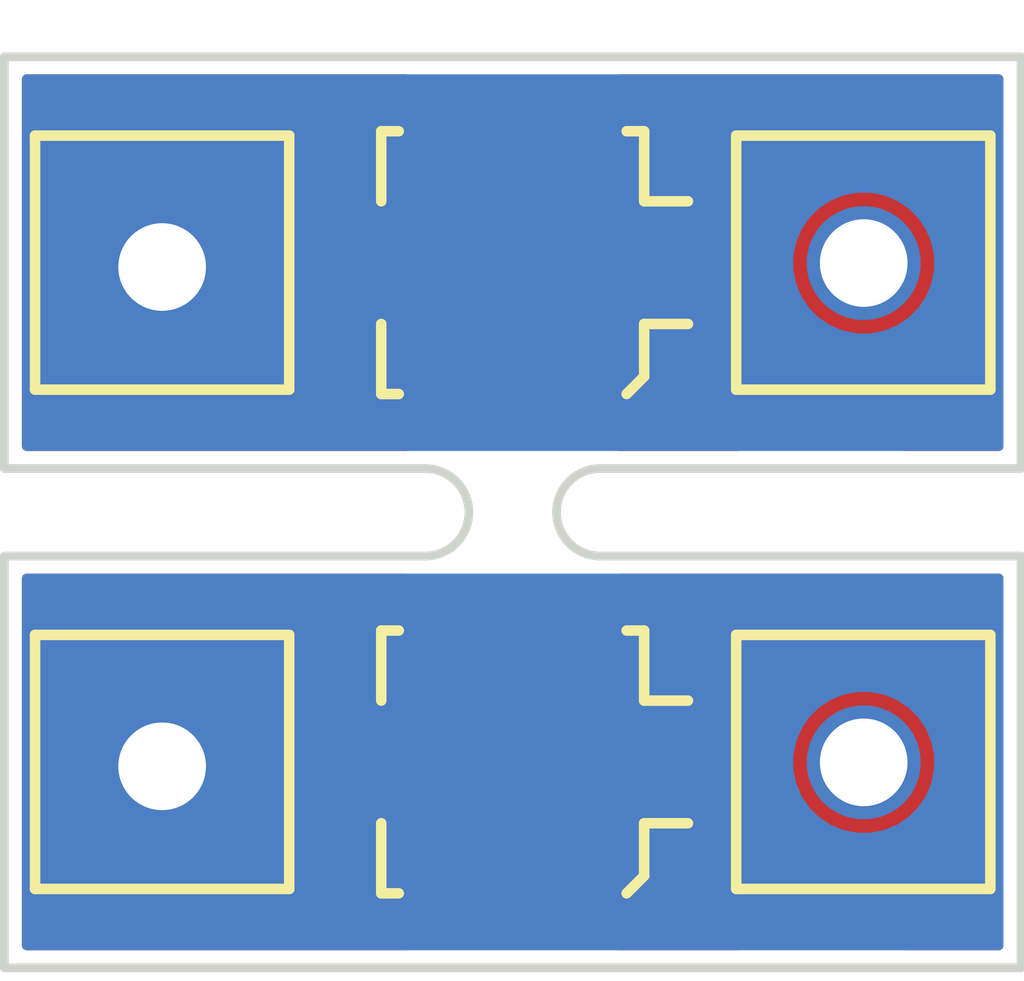
<source format=kicad_pcb>
(kicad_pcb (version 20171130) (host pcbnew "(5.1.5-0-10_14)")

  (general
    (thickness 1.6)
    (drawings 12)
    (tracks 18)
    (zones 0)
    (modules 8)
    (nets 4)
  )

  (page A4)
  (layers
    (0 F.Cu signal)
    (31 B.Cu signal)
    (32 B.Adhes user)
    (33 F.Adhes user)
    (34 B.Paste user)
    (35 F.Paste user)
    (36 B.SilkS user)
    (37 F.SilkS user)
    (38 B.Mask user)
    (39 F.Mask user)
    (40 Dwgs.User user)
    (41 Cmts.User user)
    (42 Eco1.User user)
    (43 Eco2.User user)
    (44 Edge.Cuts user)
    (45 Margin user)
    (46 B.CrtYd user)
    (47 F.CrtYd user)
    (48 B.Fab user hide)
    (49 F.Fab user hide)
  )

  (setup
    (last_trace_width 0.1524)
    (trace_clearance 0.1524)
    (zone_clearance 0.102)
    (zone_45_only no)
    (trace_min 0.1524)
    (via_size 0.65)
    (via_drill 0.3)
    (via_min_size 0.65)
    (via_min_drill 0.3)
    (uvia_size 0.3)
    (uvia_drill 0.1)
    (uvias_allowed no)
    (uvia_min_size 0.2)
    (uvia_min_drill 0.1)
    (edge_width 0.05)
    (segment_width 0.2)
    (pcb_text_width 0.3)
    (pcb_text_size 1.5 1.5)
    (mod_edge_width 0.12)
    (mod_text_size 1 1)
    (mod_text_width 0.15)
    (pad_size 1.524 1.524)
    (pad_drill 0.762)
    (pad_to_mask_clearance 0.051)
    (solder_mask_min_width 0.25)
    (aux_axis_origin 0 0)
    (visible_elements FFFFFF7F)
    (pcbplotparams
      (layerselection 0x010cc_ffffffff)
      (usegerberextensions false)
      (usegerberattributes false)
      (usegerberadvancedattributes false)
      (creategerberjobfile false)
      (excludeedgelayer true)
      (linewidth 0.100000)
      (plotframeref false)
      (viasonmask false)
      (mode 1)
      (useauxorigin false)
      (hpglpennumber 1)
      (hpglpenspeed 20)
      (hpglpendiameter 15.000000)
      (psnegative false)
      (psa4output false)
      (plotreference true)
      (plotvalue true)
      (plotinvisibletext false)
      (padsonsilk false)
      (subtractmaskfromsilk false)
      (outputformat 1)
      (mirror false)
      (drillshape 0)
      (scaleselection 1)
      (outputdirectory "Gerbers/"))
  )

  (net 0 "")
  (net 1 GND)
  (net 2 "Net-(J1-Pad1)")
  (net 3 /SENSE)

  (net_class Default "This is the default net class."
    (clearance 0.1524)
    (trace_width 0.1524)
    (via_dia 0.65)
    (via_drill 0.3)
    (uvia_dia 0.3)
    (uvia_drill 0.1)
    (add_net /SENSE)
    (add_net GND)
    (add_net "Net-(J1-Pad1)")
  )

  (module Resistor_SMD:R_0402_1005Metric (layer F.Cu) (tedit 5B301BBD) (tstamp 5F2789F4)
    (at 141.52 71.64 180)
    (descr "Resistor SMD 0402 (1005 Metric), square (rectangular) end terminal, IPC_7351 nominal, (Body size source: http://www.tortai-tech.com/upload/download/2011102023233369053.pdf), generated with kicad-footprint-generator")
    (tags resistor)
    (path /5F1CFCE9)
    (attr smd)
    (fp_text reference R1 (at 0 -1.17) (layer F.SilkS) hide
      (effects (font (size 1 1) (thickness 0.15)))
    )
    (fp_text value 0 (at 0 1.17) (layer F.Fab)
      (effects (font (size 1 1) (thickness 0.15)))
    )
    (fp_text user %R (at 0 0) (layer F.Fab)
      (effects (font (size 0.25 0.25) (thickness 0.04)))
    )
    (fp_line (start 0.93 0.47) (end -0.93 0.47) (layer F.CrtYd) (width 0.05))
    (fp_line (start 0.93 -0.47) (end 0.93 0.47) (layer F.CrtYd) (width 0.05))
    (fp_line (start -0.93 -0.47) (end 0.93 -0.47) (layer F.CrtYd) (width 0.05))
    (fp_line (start -0.93 0.47) (end -0.93 -0.47) (layer F.CrtYd) (width 0.05))
    (fp_line (start 0.5 0.25) (end -0.5 0.25) (layer F.Fab) (width 0.1))
    (fp_line (start 0.5 -0.25) (end 0.5 0.25) (layer F.Fab) (width 0.1))
    (fp_line (start -0.5 -0.25) (end 0.5 -0.25) (layer F.Fab) (width 0.1))
    (fp_line (start -0.5 0.25) (end -0.5 -0.25) (layer F.Fab) (width 0.1))
    (pad 2 smd roundrect (at 0.485 0 180) (size 0.59 0.64) (layers F.Cu F.Paste F.Mask) (roundrect_rratio 0.25)
      (net 2 "Net-(J1-Pad1)"))
    (pad 1 smd roundrect (at -0.485 0 180) (size 0.59 0.64) (layers F.Cu F.Paste F.Mask) (roundrect_rratio 0.25)
      (net 3 /SENSE))
    (model ${KISYS3DMOD}/Resistor_SMD.3dshapes/R_0402_1005Metric.wrl
      (at (xyz 0 0 0))
      (scale (xyz 1 1 1))
      (rotate (xyz 0 0 0))
    )
  )

  (module TestPoint:TestPoint_Pad_2.5x2.5mm (layer F.Cu) (tedit 5A0F774F) (tstamp 5F2789E7)
    (at 134 69.85)
    (descr "SMD rectangular pad as test Point, square 2.5mm side length")
    (tags "test point SMD pad rectangle square")
    (path /5F1D0B9A)
    (attr virtual)
    (fp_text reference J3 (at 0 -2.148) (layer F.SilkS) hide
      (effects (font (size 1 1) (thickness 0.15)))
    )
    (fp_text value Conn_01x01_Female (at 0 2.25) (layer F.Fab)
      (effects (font (size 1 1) (thickness 0.15)))
    )
    (fp_text user %R (at 0 -2.15) (layer F.Fab)
      (effects (font (size 1 1) (thickness 0.15)))
    )
    (fp_line (start -1.45 -1.45) (end 1.45 -1.45) (layer F.SilkS) (width 0.12))
    (fp_line (start 1.45 -1.45) (end 1.45 1.45) (layer F.SilkS) (width 0.12))
    (fp_line (start 1.45 1.45) (end -1.45 1.45) (layer F.SilkS) (width 0.12))
    (fp_line (start -1.45 1.45) (end -1.45 -1.45) (layer F.SilkS) (width 0.12))
    (fp_line (start -1.75 -1.75) (end 1.75 -1.75) (layer F.CrtYd) (width 0.05))
    (fp_line (start -1.75 -1.75) (end -1.75 1.75) (layer F.CrtYd) (width 0.05))
    (fp_line (start 1.75 1.75) (end 1.75 -1.75) (layer F.CrtYd) (width 0.05))
    (fp_line (start 1.75 1.75) (end -1.75 1.75) (layer F.CrtYd) (width 0.05))
    (pad 1 smd rect (at 0 0) (size 2.5 2.5) (layers F.Cu F.Mask)
      (net 1 GND))
  )

  (module TestPoint:TestPoint_Pad_2.5x2.5mm (layer F.Cu) (tedit 5A0F774F) (tstamp 5F2789DA)
    (at 142 69.85)
    (descr "SMD rectangular pad as test Point, square 2.5mm side length")
    (tags "test point SMD pad rectangle square")
    (path /5F1D0605)
    (attr virtual)
    (fp_text reference J2 (at 0 -2.148) (layer F.SilkS) hide
      (effects (font (size 1 1) (thickness 0.15)))
    )
    (fp_text value Conn_01x01_Female (at 0 2.25) (layer F.Fab)
      (effects (font (size 1 1) (thickness 0.15)))
    )
    (fp_line (start 1.75 1.75) (end -1.75 1.75) (layer F.CrtYd) (width 0.05))
    (fp_line (start 1.75 1.75) (end 1.75 -1.75) (layer F.CrtYd) (width 0.05))
    (fp_line (start -1.75 -1.75) (end -1.75 1.75) (layer F.CrtYd) (width 0.05))
    (fp_line (start -1.75 -1.75) (end 1.75 -1.75) (layer F.CrtYd) (width 0.05))
    (fp_line (start -1.45 1.45) (end -1.45 -1.45) (layer F.SilkS) (width 0.12))
    (fp_line (start 1.45 1.45) (end -1.45 1.45) (layer F.SilkS) (width 0.12))
    (fp_line (start 1.45 -1.45) (end 1.45 1.45) (layer F.SilkS) (width 0.12))
    (fp_line (start -1.45 -1.45) (end 1.45 -1.45) (layer F.SilkS) (width 0.12))
    (fp_text user %R (at 0 -2.15) (layer F.Fab)
      (effects (font (size 1 1) (thickness 0.15)))
    )
    (pad 1 smd rect (at 0 0) (size 2.5 2.5) (layers F.Cu F.Mask)
      (net 3 /SENSE))
  )

  (module Connector_Coaxial:U.FL_Molex_MCRF_73412-0110_Vertical (layer F.Cu) (tedit 5A1B5B59) (tstamp 5F2789B9)
    (at 138 69.85 90)
    (descr "Molex Microcoaxial RF Connectors (MCRF), mates Hirose U.FL, (http://www.molex.com/pdm_docs/sd/734120110_sd.pdf)")
    (tags "mcrf hirose ufl u.fl microcoaxial")
    (path /5F1CDFA5)
    (attr smd)
    (fp_text reference J1 (at 0 3.5 90) (layer F.SilkS) hide
      (effects (font (size 1 1) (thickness 0.15)))
    )
    (fp_text value Conn_Coaxial (at 0 -3.302 90) (layer F.Fab)
      (effects (font (size 1 1) (thickness 0.15)))
    )
    (fp_circle (center 0 0) (end 0 0.2) (layer F.Fab) (width 0.1))
    (fp_line (start -1 1.3) (end 1.3 1.3) (layer F.Fab) (width 0.1))
    (fp_line (start 2.5 -2.5) (end -2.5 -2.5) (layer F.CrtYd) (width 0.05))
    (fp_line (start 2.5 2.5) (end 2.5 -2.5) (layer F.CrtYd) (width 0.05))
    (fp_line (start -2.5 2.5) (end 2.5 2.5) (layer F.CrtYd) (width 0.05))
    (fp_line (start -2.5 -2.5) (end -2.5 2.5) (layer F.CrtYd) (width 0.05))
    (fp_line (start 1.3 -1.3) (end 1.3 1.3) (layer F.Fab) (width 0.1))
    (fp_line (start -1.3 1) (end -1 1.3) (layer F.Fab) (width 0.1))
    (fp_line (start -1.3 -1.3) (end -1.3 1) (layer F.Fab) (width 0.1))
    (fp_line (start -1.3 -1.3) (end 1.3 -1.3) (layer F.Fab) (width 0.1))
    (fp_circle (center 0 0) (end 0.9 0) (layer F.Fab) (width 0.1))
    (fp_line (start -1.5 -1.5) (end -0.7 -1.5) (layer F.SilkS) (width 0.12))
    (fp_line (start -1.5 -1.3) (end -1.5 -1.5) (layer F.SilkS) (width 0.12))
    (fp_line (start 1.5 -1.5) (end 1.5 -1.3) (layer F.SilkS) (width 0.12))
    (fp_line (start 0.7 -1.5) (end 1.5 -1.5) (layer F.SilkS) (width 0.12))
    (fp_line (start 1.5 1.5) (end 0.7 1.5) (layer F.SilkS) (width 0.12))
    (fp_line (start 1.5 1.3) (end 1.5 1.5) (layer F.SilkS) (width 0.12))
    (fp_line (start -1.3 1.5) (end -1.5 1.3) (layer F.SilkS) (width 0.12))
    (fp_line (start -0.7 1.5) (end -1.3 1.5) (layer F.SilkS) (width 0.12))
    (fp_circle (center 0 0) (end 0 0.125) (layer F.Fab) (width 0.1))
    (fp_circle (center 0 0) (end 0 0.05) (layer F.Fab) (width 0.1))
    (fp_text user %R (at 0 3.5 90) (layer F.Fab)
      (effects (font (size 1 1) (thickness 0.15)))
    )
    (fp_line (start -0.7 1.5) (end -0.7 2) (layer F.SilkS) (width 0.12))
    (fp_line (start 0.7 1.5) (end 0.7 2) (layer F.SilkS) (width 0.12))
    (fp_line (start -0.3 1.3) (end 0 1) (layer F.Fab) (width 0.1))
    (fp_line (start 0 1) (end 0.3 1.3) (layer F.Fab) (width 0.1))
    (pad 1 smd rect (at 0 1.5 90) (size 1 1) (layers F.Cu F.Paste F.Mask)
      (net 2 "Net-(J1-Pad1)"))
    (pad 2 smd rect (at 0 -1.5 90) (size 1 1) (layers F.Cu F.Paste F.Mask)
      (net 1 GND))
    (pad 2 smd rect (at 1.475 0 90) (size 1.05 2.2) (layers F.Cu F.Paste F.Mask)
      (net 1 GND))
    (pad 2 smd rect (at -1.475 0 90) (size 1.05 2.2) (layers F.Cu F.Paste F.Mask)
      (net 1 GND))
    (model ${KISYS3DMOD}/Connector_Coaxial.3dshapes/U.FL_Molex_MCRF_73412-0110_Vertical.wrl
      (at (xyz 0 0 0))
      (scale (xyz 1 1 1))
      (rotate (xyz 0 0 90))
    )
    (model ${KISYS3DMOD}/Connector_Coaxial.3dshapes/U.FL_Hirose_U.FL-R-SMT-1_Vertical.step
      (at (xyz 0 0 0))
      (scale (xyz 1 1 1))
      (rotate (xyz 0 0 90))
    )
  )

  (module Connector_Coaxial:U.FL_Molex_MCRF_73412-0110_Vertical (layer F.Cu) (tedit 5A1B5B59) (tstamp 5F2788C7)
    (at 138 75.55 90)
    (descr "Molex Microcoaxial RF Connectors (MCRF), mates Hirose U.FL, (http://www.molex.com/pdm_docs/sd/734120110_sd.pdf)")
    (tags "mcrf hirose ufl u.fl microcoaxial")
    (path /5F1CDFA5)
    (attr smd)
    (fp_text reference J1 (at 0 3.5 90) (layer F.SilkS) hide
      (effects (font (size 1 1) (thickness 0.15)))
    )
    (fp_text value Conn_Coaxial (at 0 -3.302 90) (layer F.Fab)
      (effects (font (size 1 1) (thickness 0.15)))
    )
    (fp_line (start 0 1) (end 0.3 1.3) (layer F.Fab) (width 0.1))
    (fp_line (start -0.3 1.3) (end 0 1) (layer F.Fab) (width 0.1))
    (fp_line (start 0.7 1.5) (end 0.7 2) (layer F.SilkS) (width 0.12))
    (fp_line (start -0.7 1.5) (end -0.7 2) (layer F.SilkS) (width 0.12))
    (fp_text user %R (at 0 3.5 90) (layer F.Fab)
      (effects (font (size 1 1) (thickness 0.15)))
    )
    (fp_circle (center 0 0) (end 0 0.05) (layer F.Fab) (width 0.1))
    (fp_circle (center 0 0) (end 0 0.125) (layer F.Fab) (width 0.1))
    (fp_line (start -0.7 1.5) (end -1.3 1.5) (layer F.SilkS) (width 0.12))
    (fp_line (start -1.3 1.5) (end -1.5 1.3) (layer F.SilkS) (width 0.12))
    (fp_line (start 1.5 1.3) (end 1.5 1.5) (layer F.SilkS) (width 0.12))
    (fp_line (start 1.5 1.5) (end 0.7 1.5) (layer F.SilkS) (width 0.12))
    (fp_line (start 0.7 -1.5) (end 1.5 -1.5) (layer F.SilkS) (width 0.12))
    (fp_line (start 1.5 -1.5) (end 1.5 -1.3) (layer F.SilkS) (width 0.12))
    (fp_line (start -1.5 -1.3) (end -1.5 -1.5) (layer F.SilkS) (width 0.12))
    (fp_line (start -1.5 -1.5) (end -0.7 -1.5) (layer F.SilkS) (width 0.12))
    (fp_circle (center 0 0) (end 0.9 0) (layer F.Fab) (width 0.1))
    (fp_line (start -1.3 -1.3) (end 1.3 -1.3) (layer F.Fab) (width 0.1))
    (fp_line (start -1.3 -1.3) (end -1.3 1) (layer F.Fab) (width 0.1))
    (fp_line (start -1.3 1) (end -1 1.3) (layer F.Fab) (width 0.1))
    (fp_line (start 1.3 -1.3) (end 1.3 1.3) (layer F.Fab) (width 0.1))
    (fp_line (start -2.5 -2.5) (end -2.5 2.5) (layer F.CrtYd) (width 0.05))
    (fp_line (start -2.5 2.5) (end 2.5 2.5) (layer F.CrtYd) (width 0.05))
    (fp_line (start 2.5 2.5) (end 2.5 -2.5) (layer F.CrtYd) (width 0.05))
    (fp_line (start 2.5 -2.5) (end -2.5 -2.5) (layer F.CrtYd) (width 0.05))
    (fp_line (start -1 1.3) (end 1.3 1.3) (layer F.Fab) (width 0.1))
    (fp_circle (center 0 0) (end 0 0.2) (layer F.Fab) (width 0.1))
    (pad 2 smd rect (at -1.475 0 90) (size 1.05 2.2) (layers F.Cu F.Paste F.Mask)
      (net 1 GND))
    (pad 2 smd rect (at 1.475 0 90) (size 1.05 2.2) (layers F.Cu F.Paste F.Mask)
      (net 1 GND))
    (pad 2 smd rect (at 0 -1.5 90) (size 1 1) (layers F.Cu F.Paste F.Mask)
      (net 1 GND))
    (pad 1 smd rect (at 0 1.5 90) (size 1 1) (layers F.Cu F.Paste F.Mask)
      (net 2 "Net-(J1-Pad1)"))
    (model ${KISYS3DMOD}/Connector_Coaxial.3dshapes/U.FL_Molex_MCRF_73412-0110_Vertical.wrl
      (at (xyz 0 0 0))
      (scale (xyz 1 1 1))
      (rotate (xyz 0 0 90))
    )
    (model ${KISYS3DMOD}/Connector_Coaxial.3dshapes/U.FL_Hirose_U.FL-R-SMT-1_Vertical.step
      (at (xyz 0 0 0))
      (scale (xyz 1 1 1))
      (rotate (xyz 0 0 90))
    )
  )

  (module TestPoint:TestPoint_Pad_2.5x2.5mm (layer F.Cu) (tedit 5A0F774F) (tstamp 5F27888C)
    (at 142 75.55)
    (descr "SMD rectangular pad as test Point, square 2.5mm side length")
    (tags "test point SMD pad rectangle square")
    (path /5F1D0605)
    (attr virtual)
    (fp_text reference J2 (at 0 -2.148) (layer F.SilkS) hide
      (effects (font (size 1 1) (thickness 0.15)))
    )
    (fp_text value Conn_01x01_Female (at 0 2.25) (layer F.Fab)
      (effects (font (size 1 1) (thickness 0.15)))
    )
    (fp_text user %R (at 0 -2.15) (layer F.Fab)
      (effects (font (size 1 1) (thickness 0.15)))
    )
    (fp_line (start -1.45 -1.45) (end 1.45 -1.45) (layer F.SilkS) (width 0.12))
    (fp_line (start 1.45 -1.45) (end 1.45 1.45) (layer F.SilkS) (width 0.12))
    (fp_line (start 1.45 1.45) (end -1.45 1.45) (layer F.SilkS) (width 0.12))
    (fp_line (start -1.45 1.45) (end -1.45 -1.45) (layer F.SilkS) (width 0.12))
    (fp_line (start -1.75 -1.75) (end 1.75 -1.75) (layer F.CrtYd) (width 0.05))
    (fp_line (start -1.75 -1.75) (end -1.75 1.75) (layer F.CrtYd) (width 0.05))
    (fp_line (start 1.75 1.75) (end 1.75 -1.75) (layer F.CrtYd) (width 0.05))
    (fp_line (start 1.75 1.75) (end -1.75 1.75) (layer F.CrtYd) (width 0.05))
    (pad 1 smd rect (at 0 0) (size 2.5 2.5) (layers F.Cu F.Mask)
      (net 3 /SENSE))
  )

  (module TestPoint:TestPoint_Pad_2.5x2.5mm (layer F.Cu) (tedit 5A0F774F) (tstamp 5F278865)
    (at 134 75.55)
    (descr "SMD rectangular pad as test Point, square 2.5mm side length")
    (tags "test point SMD pad rectangle square")
    (path /5F1D0B9A)
    (attr virtual)
    (fp_text reference J3 (at 0 -2.148) (layer F.SilkS) hide
      (effects (font (size 1 1) (thickness 0.15)))
    )
    (fp_text value Conn_01x01_Female (at 0 2.25) (layer F.Fab)
      (effects (font (size 1 1) (thickness 0.15)))
    )
    (fp_line (start 1.75 1.75) (end -1.75 1.75) (layer F.CrtYd) (width 0.05))
    (fp_line (start 1.75 1.75) (end 1.75 -1.75) (layer F.CrtYd) (width 0.05))
    (fp_line (start -1.75 -1.75) (end -1.75 1.75) (layer F.CrtYd) (width 0.05))
    (fp_line (start -1.75 -1.75) (end 1.75 -1.75) (layer F.CrtYd) (width 0.05))
    (fp_line (start -1.45 1.45) (end -1.45 -1.45) (layer F.SilkS) (width 0.12))
    (fp_line (start 1.45 1.45) (end -1.45 1.45) (layer F.SilkS) (width 0.12))
    (fp_line (start 1.45 -1.45) (end 1.45 1.45) (layer F.SilkS) (width 0.12))
    (fp_line (start -1.45 -1.45) (end 1.45 -1.45) (layer F.SilkS) (width 0.12))
    (fp_text user %R (at 0 -2.15) (layer F.Fab)
      (effects (font (size 1 1) (thickness 0.15)))
    )
    (pad 1 smd rect (at 0 0) (size 2.5 2.5) (layers F.Cu F.Mask)
      (net 1 GND))
  )

  (module Resistor_SMD:R_0402_1005Metric (layer F.Cu) (tedit 5B301BBD) (tstamp 5F27883C)
    (at 141.52 77.34 180)
    (descr "Resistor SMD 0402 (1005 Metric), square (rectangular) end terminal, IPC_7351 nominal, (Body size source: http://www.tortai-tech.com/upload/download/2011102023233369053.pdf), generated with kicad-footprint-generator")
    (tags resistor)
    (path /5F1CFCE9)
    (attr smd)
    (fp_text reference R1 (at 0 -1.17) (layer F.SilkS) hide
      (effects (font (size 1 1) (thickness 0.15)))
    )
    (fp_text value 0 (at 0 1.17) (layer F.Fab)
      (effects (font (size 1 1) (thickness 0.15)))
    )
    (fp_line (start -0.5 0.25) (end -0.5 -0.25) (layer F.Fab) (width 0.1))
    (fp_line (start -0.5 -0.25) (end 0.5 -0.25) (layer F.Fab) (width 0.1))
    (fp_line (start 0.5 -0.25) (end 0.5 0.25) (layer F.Fab) (width 0.1))
    (fp_line (start 0.5 0.25) (end -0.5 0.25) (layer F.Fab) (width 0.1))
    (fp_line (start -0.93 0.47) (end -0.93 -0.47) (layer F.CrtYd) (width 0.05))
    (fp_line (start -0.93 -0.47) (end 0.93 -0.47) (layer F.CrtYd) (width 0.05))
    (fp_line (start 0.93 -0.47) (end 0.93 0.47) (layer F.CrtYd) (width 0.05))
    (fp_line (start 0.93 0.47) (end -0.93 0.47) (layer F.CrtYd) (width 0.05))
    (fp_text user %R (at 0 0) (layer F.Fab)
      (effects (font (size 0.25 0.25) (thickness 0.04)))
    )
    (pad 1 smd roundrect (at -0.485 0 180) (size 0.59 0.64) (layers F.Cu F.Paste F.Mask) (roundrect_rratio 0.25)
      (net 3 /SENSE))
    (pad 2 smd roundrect (at 0.485 0 180) (size 0.59 0.64) (layers F.Cu F.Paste F.Mask) (roundrect_rratio 0.25)
      (net 2 "Net-(J1-Pad1)"))
    (model ${KISYS3DMOD}/Resistor_SMD.3dshapes/R_0402_1005Metric.wrl
      (at (xyz 0 0 0))
      (scale (xyz 1 1 1))
      (rotate (xyz 0 0 0))
    )
  )

  (gr_arc (start 139 72.7) (end 139 72.2) (angle -180) (layer Edge.Cuts) (width 0.1) (tstamp 5F278B04))
  (gr_line (start 143.8 72.2) (end 139 72.2) (layer Edge.Cuts) (width 0.1) (tstamp 5F278B07))
  (gr_line (start 139 73.2) (end 143.8 73.2) (layer Edge.Cuts) (width 0.1) (tstamp 5F278B0A))
  (gr_arc (start 137 72.7) (end 137 73.2) (angle -180) (layer Edge.Cuts) (width 0.1))
  (gr_line (start 137 72.2) (end 132.2 72.2) (layer Edge.Cuts) (width 0.1) (tstamp 5F278A05))
  (gr_line (start 132.2 72.2) (end 132.2 67.5) (layer Edge.Cuts) (width 0.1) (tstamp 5F278A04))
  (gr_line (start 132.2 67.5) (end 143.8 67.5) (layer Edge.Cuts) (width 0.1) (tstamp 5F278A03))
  (gr_line (start 143.8 67.5) (end 143.8 72.2) (layer Edge.Cuts) (width 0.1) (tstamp 5F278A02))
  (gr_line (start 143.8 73.2) (end 143.8 77.9) (layer Edge.Cuts) (width 0.1) (tstamp 5F27882C))
  (gr_line (start 132.2 73.2) (end 137 73.2) (layer Edge.Cuts) (width 0.1) (tstamp 5F278829))
  (gr_line (start 132.2 77.9) (end 132.2 73.2) (layer Edge.Cuts) (width 0.1) (tstamp 5F278826))
  (gr_line (start 143.8 77.9) (end 132.2 77.9) (layer Edge.Cuts) (width 0.1) (tstamp 5F278823))

  (via (at 134 75.6) (size 1.3) (drill 1) (layers F.Cu B.Cu) (net 1) (tstamp 5F278820))
  (segment (start 134 75.55) (end 134 75.6) (width 0.1524) (layer F.Cu) (net 1) (tstamp 5F27881D))
  (via (at 134 69.9) (size 1.3) (drill 1) (layers F.Cu B.Cu) (net 1) (tstamp 5F278A06))
  (segment (start 134 69.85) (end 134 69.9) (width 0.1524) (layer F.Cu) (net 1) (tstamp 5F278A07))
  (segment (start 139.5 76.2024) (end 139.8 76.5024) (width 0.1524) (layer F.Cu) (net 2) (tstamp 5F27881A))
  (segment (start 139.5 75.55) (end 139.5 76.2024) (width 0.1524) (layer F.Cu) (net 2) (tstamp 5F278817))
  (segment (start 139.8 76.5024) (end 139.8 77) (width 0.1524) (layer F.Cu) (net 2) (tstamp 5F278814))
  (segment (start 140.14 77.34) (end 141.035 77.34) (width 0.1524) (layer F.Cu) (net 2) (tstamp 5F278811))
  (segment (start 139.8 77) (end 140.14 77.34) (width 0.1524) (layer F.Cu) (net 2) (tstamp 5F27880E))
  (segment (start 139.5 70.5024) (end 139.8 70.8024) (width 0.1524) (layer F.Cu) (net 2) (tstamp 5F278A08))
  (segment (start 139.5 69.85) (end 139.5 70.5024) (width 0.1524) (layer F.Cu) (net 2) (tstamp 5F278A09))
  (segment (start 139.8 70.8024) (end 139.8 71.3) (width 0.1524) (layer F.Cu) (net 2) (tstamp 5F278A0A))
  (segment (start 140.14 71.64) (end 141.035 71.64) (width 0.1524) (layer F.Cu) (net 2) (tstamp 5F278A0B))
  (segment (start 139.8 71.3) (end 140.14 71.64) (width 0.1524) (layer F.Cu) (net 2) (tstamp 5F278A0C))
  (segment (start 142.005 77.34) (end 142.005 75.555) (width 0.1524) (layer F.Cu) (net 3) (tstamp 5F27880B))
  (via (at 142.005 75.555) (size 1.3) (drill 1) (layers F.Cu B.Cu) (net 3) (tstamp 5F278808))
  (segment (start 142.005 71.64) (end 142.005 69.855) (width 0.1524) (layer F.Cu) (net 3) (tstamp 5F278A0D))
  (via (at 142.005 69.855) (size 1.3) (drill 1) (layers F.Cu B.Cu) (net 3) (tstamp 5F278A0E))

  (zone (net 1) (net_name GND) (layer F.Cu) (tstamp 5F278805) (hatch edge 0.508)
    (connect_pads (clearance 0.102))
    (min_thickness 0.102)
    (fill yes (arc_segments 32) (thermal_gap 0.102) (thermal_bridge_width 0.104))
    (polygon
      (pts
        (xy 143.6 77.7) (xy 132.4 77.7) (xy 132.4 73.4) (xy 143.6 73.4)
      )
    )
    (filled_polygon
      (pts
        (xy 136.77217 73.464587) (xy 136.757963 73.491166) (xy 136.749214 73.520007) (xy 136.74626 73.55) (xy 136.747 74.03575)
        (xy 136.78525 74.074) (xy 137.999 74.074) (xy 137.999 74.054) (xy 138.001 74.054) (xy 138.001 74.074)
        (xy 139.21475 74.074) (xy 139.253 74.03575) (xy 139.25374 73.55) (xy 139.250786 73.520007) (xy 139.242037 73.491166)
        (xy 139.22783 73.464587) (xy 139.21668 73.451) (xy 143.549 73.451) (xy 143.549 77.649) (xy 142.476615 77.649)
        (xy 142.477598 77.64716) (xy 142.497623 77.581149) (xy 142.504384 77.5125) (xy 142.504384 77.1675) (xy 142.497623 77.098851)
        (xy 142.477598 77.03284) (xy 142.462388 77.004384) (xy 143.25 77.004384) (xy 143.289873 77.000457) (xy 143.328214 76.988826)
        (xy 143.36355 76.969939) (xy 143.394521 76.944521) (xy 143.419939 76.91355) (xy 143.438826 76.878214) (xy 143.450457 76.839873)
        (xy 143.454384 76.8) (xy 143.454384 74.3) (xy 143.450457 74.260127) (xy 143.438826 74.221786) (xy 143.419939 74.18645)
        (xy 143.394521 74.155479) (xy 143.36355 74.130061) (xy 143.328214 74.111174) (xy 143.289873 74.099543) (xy 143.25 74.095616)
        (xy 140.75 74.095616) (xy 140.710127 74.099543) (xy 140.671786 74.111174) (xy 140.63645 74.130061) (xy 140.605479 74.155479)
        (xy 140.580061 74.18645) (xy 140.561174 74.221786) (xy 140.549543 74.260127) (xy 140.545616 74.3) (xy 140.545616 76.8)
        (xy 140.549543 76.839873) (xy 140.561174 76.878214) (xy 140.580061 76.91355) (xy 140.605479 76.944521) (xy 140.612646 76.950403)
        (xy 140.594919 76.972004) (xy 140.562402 77.03284) (xy 140.554041 77.0604) (xy 140.255814 77.0604) (xy 140.0796 76.884187)
        (xy 140.0796 76.516117) (xy 140.080951 76.502399) (xy 140.0796 76.488681) (xy 140.0796 76.488672) (xy 140.075554 76.447589)
        (xy 140.059566 76.394884) (xy 140.033603 76.346311) (xy 139.998663 76.303737) (xy 139.988 76.294986) (xy 139.947398 76.254384)
        (xy 140 76.254384) (xy 140.039873 76.250457) (xy 140.078214 76.238826) (xy 140.11355 76.219939) (xy 140.144521 76.194521)
        (xy 140.169939 76.16355) (xy 140.188826 76.128214) (xy 140.200457 76.089873) (xy 140.204384 76.05) (xy 140.204384 75.05)
        (xy 140.200457 75.010127) (xy 140.188826 74.971786) (xy 140.169939 74.93645) (xy 140.144521 74.905479) (xy 140.11355 74.880061)
        (xy 140.078214 74.861174) (xy 140.039873 74.849543) (xy 140 74.845616) (xy 139 74.845616) (xy 138.960127 74.849543)
        (xy 138.921786 74.861174) (xy 138.88645 74.880061) (xy 138.855479 74.905479) (xy 138.830061 74.93645) (xy 138.811174 74.971786)
        (xy 138.799543 75.010127) (xy 138.795616 75.05) (xy 138.795616 76.05) (xy 138.799543 76.089873) (xy 138.811174 76.128214)
        (xy 138.830061 76.16355) (xy 138.855479 76.194521) (xy 138.88645 76.219939) (xy 138.921786 76.238826) (xy 138.960127 76.250457)
        (xy 139 76.254384) (xy 139.224169 76.254384) (xy 139.224447 76.25721) (xy 139.240434 76.309915) (xy 139.266397 76.358488)
        (xy 139.266398 76.358489) (xy 139.301338 76.401063) (xy 139.312001 76.409814) (xy 139.5204 76.618214) (xy 139.520401 76.986273)
        (xy 139.519049 77) (xy 139.520401 77.013728) (xy 139.524447 77.054811) (xy 139.52731 77.06425) (xy 139.540434 77.107515)
        (xy 139.564212 77.152) (xy 139.566398 77.156089) (xy 139.601338 77.198663) (xy 139.612001 77.207414) (xy 139.932586 77.528)
        (xy 139.941337 77.538663) (xy 139.952 77.547414) (xy 139.983911 77.573603) (xy 140.032484 77.599566) (xy 140.085189 77.615554)
        (xy 140.14 77.620952) (xy 140.153728 77.6196) (xy 140.554041 77.6196) (xy 140.562402 77.64716) (xy 140.563385 77.649)
        (xy 139.21668 77.649) (xy 139.22783 77.635413) (xy 139.242037 77.608834) (xy 139.250786 77.579993) (xy 139.25374 77.55)
        (xy 139.253 77.06425) (xy 139.21475 77.026) (xy 138.001 77.026) (xy 138.001 77.046) (xy 137.999 77.046)
        (xy 137.999 77.026) (xy 136.78525 77.026) (xy 136.747 77.06425) (xy 136.74626 77.55) (xy 136.749214 77.579993)
        (xy 136.757963 77.608834) (xy 136.77217 77.635413) (xy 136.78332 77.649) (xy 132.451 77.649) (xy 132.451 76.8)
        (xy 132.59626 76.8) (xy 132.599214 76.829993) (xy 132.607963 76.858834) (xy 132.62217 76.885413) (xy 132.641289 76.908711)
        (xy 132.664587 76.92783) (xy 132.691166 76.942037) (xy 132.720007 76.950786) (xy 132.75 76.95374) (xy 133.96075 76.953)
        (xy 133.999 76.91475) (xy 133.999 75.551) (xy 134.001 75.551) (xy 134.001 76.91475) (xy 134.03925 76.953)
        (xy 135.25 76.95374) (xy 135.279993 76.950786) (xy 135.308834 76.942037) (xy 135.335413 76.92783) (xy 135.358711 76.908711)
        (xy 135.37783 76.885413) (xy 135.392037 76.858834) (xy 135.400786 76.829993) (xy 135.40374 76.8) (xy 135.403557 76.5)
        (xy 136.74626 76.5) (xy 136.747 76.98575) (xy 136.78525 77.024) (xy 137.999 77.024) (xy 137.999 76.38525)
        (xy 138.001 76.38525) (xy 138.001 77.024) (xy 139.21475 77.024) (xy 139.253 76.98575) (xy 139.25374 76.5)
        (xy 139.250786 76.470007) (xy 139.242037 76.441166) (xy 139.22783 76.414587) (xy 139.208711 76.391289) (xy 139.185413 76.37217)
        (xy 139.158834 76.357963) (xy 139.129993 76.349214) (xy 139.1 76.34626) (xy 138.03925 76.347) (xy 138.001 76.38525)
        (xy 137.999 76.38525) (xy 137.96075 76.347) (xy 136.9 76.34626) (xy 136.870007 76.349214) (xy 136.841166 76.357963)
        (xy 136.814587 76.37217) (xy 136.791289 76.391289) (xy 136.77217 76.414587) (xy 136.757963 76.441166) (xy 136.749214 76.470007)
        (xy 136.74626 76.5) (xy 135.403557 76.5) (xy 135.403282 76.05) (xy 135.84626 76.05) (xy 135.849214 76.079993)
        (xy 135.857963 76.108834) (xy 135.87217 76.135413) (xy 135.891289 76.158711) (xy 135.914587 76.17783) (xy 135.941166 76.192037)
        (xy 135.970007 76.200786) (xy 136 76.20374) (xy 136.46075 76.203) (xy 136.499 76.16475) (xy 136.499 75.551)
        (xy 136.501 75.551) (xy 136.501 76.16475) (xy 136.53925 76.203) (xy 137 76.20374) (xy 137.029993 76.200786)
        (xy 137.058834 76.192037) (xy 137.085413 76.17783) (xy 137.108711 76.158711) (xy 137.12783 76.135413) (xy 137.142037 76.108834)
        (xy 137.150786 76.079993) (xy 137.15374 76.05) (xy 137.153 75.58925) (xy 137.11475 75.551) (xy 136.501 75.551)
        (xy 136.499 75.551) (xy 135.88525 75.551) (xy 135.847 75.58925) (xy 135.84626 76.05) (xy 135.403282 76.05)
        (xy 135.403 75.58925) (xy 135.36475 75.551) (xy 134.001 75.551) (xy 133.999 75.551) (xy 132.63525 75.551)
        (xy 132.597 75.58925) (xy 132.59626 76.8) (xy 132.451 76.8) (xy 132.451 74.3) (xy 132.59626 74.3)
        (xy 132.597 75.51075) (xy 132.63525 75.549) (xy 133.999 75.549) (xy 133.999 74.18525) (xy 134.001 74.18525)
        (xy 134.001 75.549) (xy 135.36475 75.549) (xy 135.403 75.51075) (xy 135.403281 75.05) (xy 135.84626 75.05)
        (xy 135.847 75.51075) (xy 135.88525 75.549) (xy 136.499 75.549) (xy 136.499 74.93525) (xy 136.501 74.93525)
        (xy 136.501 75.549) (xy 137.11475 75.549) (xy 137.153 75.51075) (xy 137.15374 75.05) (xy 137.150786 75.020007)
        (xy 137.142037 74.991166) (xy 137.12783 74.964587) (xy 137.108711 74.941289) (xy 137.085413 74.92217) (xy 137.058834 74.907963)
        (xy 137.029993 74.899214) (xy 137 74.89626) (xy 136.53925 74.897) (xy 136.501 74.93525) (xy 136.499 74.93525)
        (xy 136.46075 74.897) (xy 136 74.89626) (xy 135.970007 74.899214) (xy 135.941166 74.907963) (xy 135.914587 74.92217)
        (xy 135.891289 74.941289) (xy 135.87217 74.964587) (xy 135.857963 74.991166) (xy 135.849214 75.020007) (xy 135.84626 75.05)
        (xy 135.403281 75.05) (xy 135.403556 74.6) (xy 136.74626 74.6) (xy 136.749214 74.629993) (xy 136.757963 74.658834)
        (xy 136.77217 74.685413) (xy 136.791289 74.708711) (xy 136.814587 74.72783) (xy 136.841166 74.742037) (xy 136.870007 74.750786)
        (xy 136.9 74.75374) (xy 137.96075 74.753) (xy 137.999 74.71475) (xy 137.999 74.076) (xy 138.001 74.076)
        (xy 138.001 74.71475) (xy 138.03925 74.753) (xy 139.1 74.75374) (xy 139.129993 74.750786) (xy 139.158834 74.742037)
        (xy 139.185413 74.72783) (xy 139.208711 74.708711) (xy 139.22783 74.685413) (xy 139.242037 74.658834) (xy 139.250786 74.629993)
        (xy 139.25374 74.6) (xy 139.253 74.11425) (xy 139.21475 74.076) (xy 138.001 74.076) (xy 137.999 74.076)
        (xy 136.78525 74.076) (xy 136.747 74.11425) (xy 136.74626 74.6) (xy 135.403556 74.6) (xy 135.40374 74.3)
        (xy 135.400786 74.270007) (xy 135.392037 74.241166) (xy 135.37783 74.214587) (xy 135.358711 74.191289) (xy 135.335413 74.17217)
        (xy 135.308834 74.157963) (xy 135.279993 74.149214) (xy 135.25 74.14626) (xy 134.03925 74.147) (xy 134.001 74.18525)
        (xy 133.999 74.18525) (xy 133.96075 74.147) (xy 132.75 74.14626) (xy 132.720007 74.149214) (xy 132.691166 74.157963)
        (xy 132.664587 74.17217) (xy 132.641289 74.191289) (xy 132.62217 74.214587) (xy 132.607963 74.241166) (xy 132.599214 74.270007)
        (xy 132.59626 74.3) (xy 132.451 74.3) (xy 132.451 73.451) (xy 136.78332 73.451)
      )
    )
  )
  (zone (net 1) (net_name GND) (layer B.Cu) (tstamp 5F278802) (hatch edge 0.508)
    (connect_pads (clearance 0.102))
    (min_thickness 0.102)
    (fill yes (arc_segments 32) (thermal_gap 0.102) (thermal_bridge_width 0.104))
    (polygon
      (pts
        (xy 143.6 77.7) (xy 132.4 77.7) (xy 132.4 73.4) (xy 143.6 73.4)
      )
    )
    (filled_polygon
      (pts
        (xy 143.549 77.649) (xy 132.451 77.649) (xy 132.451 75.470947) (xy 141.1516 75.470947) (xy 141.1516 75.639053)
        (xy 141.184396 75.803928) (xy 141.248727 75.959236) (xy 141.342121 76.099011) (xy 141.460989 76.217879) (xy 141.600764 76.311273)
        (xy 141.756072 76.375604) (xy 141.920947 76.4084) (xy 142.089053 76.4084) (xy 142.253928 76.375604) (xy 142.409236 76.311273)
        (xy 142.549011 76.217879) (xy 142.667879 76.099011) (xy 142.761273 75.959236) (xy 142.825604 75.803928) (xy 142.8584 75.639053)
        (xy 142.8584 75.470947) (xy 142.825604 75.306072) (xy 142.761273 75.150764) (xy 142.667879 75.010989) (xy 142.549011 74.892121)
        (xy 142.409236 74.798727) (xy 142.253928 74.734396) (xy 142.089053 74.7016) (xy 141.920947 74.7016) (xy 141.756072 74.734396)
        (xy 141.600764 74.798727) (xy 141.460989 74.892121) (xy 141.342121 75.010989) (xy 141.248727 75.150764) (xy 141.184396 75.306072)
        (xy 141.1516 75.470947) (xy 132.451 75.470947) (xy 132.451 73.451) (xy 143.549 73.451)
      )
    )
  )
  (zone (net 1) (net_name GND) (layer F.Cu) (tstamp 5F278A0F) (hatch edge 0.508)
    (connect_pads (clearance 0.102))
    (min_thickness 0.102)
    (fill yes (arc_segments 32) (thermal_gap 0.102) (thermal_bridge_width 0.104))
    (polygon
      (pts
        (xy 143.6 72) (xy 132.4 72) (xy 132.4 67.7) (xy 143.6 67.7)
      )
    )
    (filled_polygon
      (pts
        (xy 136.77217 67.764587) (xy 136.757963 67.791166) (xy 136.749214 67.820007) (xy 136.74626 67.85) (xy 136.747 68.33575)
        (xy 136.78525 68.374) (xy 137.999 68.374) (xy 137.999 68.354) (xy 138.001 68.354) (xy 138.001 68.374)
        (xy 139.21475 68.374) (xy 139.253 68.33575) (xy 139.25374 67.85) (xy 139.250786 67.820007) (xy 139.242037 67.791166)
        (xy 139.22783 67.764587) (xy 139.21668 67.751) (xy 143.549 67.751) (xy 143.549 71.949) (xy 142.476615 71.949)
        (xy 142.477598 71.94716) (xy 142.497623 71.881149) (xy 142.504384 71.8125) (xy 142.504384 71.4675) (xy 142.497623 71.398851)
        (xy 142.477598 71.33284) (xy 142.462388 71.304384) (xy 143.25 71.304384) (xy 143.289873 71.300457) (xy 143.328214 71.288826)
        (xy 143.36355 71.269939) (xy 143.394521 71.244521) (xy 143.419939 71.21355) (xy 143.438826 71.178214) (xy 143.450457 71.139873)
        (xy 143.454384 71.1) (xy 143.454384 68.6) (xy 143.450457 68.560127) (xy 143.438826 68.521786) (xy 143.419939 68.48645)
        (xy 143.394521 68.455479) (xy 143.36355 68.430061) (xy 143.328214 68.411174) (xy 143.289873 68.399543) (xy 143.25 68.395616)
        (xy 140.75 68.395616) (xy 140.710127 68.399543) (xy 140.671786 68.411174) (xy 140.63645 68.430061) (xy 140.605479 68.455479)
        (xy 140.580061 68.48645) (xy 140.561174 68.521786) (xy 140.549543 68.560127) (xy 140.545616 68.6) (xy 140.545616 71.1)
        (xy 140.549543 71.139873) (xy 140.561174 71.178214) (xy 140.580061 71.21355) (xy 140.605479 71.244521) (xy 140.612646 71.250403)
        (xy 140.594919 71.272004) (xy 140.562402 71.33284) (xy 140.554041 71.3604) (xy 140.255814 71.3604) (xy 140.0796 71.184187)
        (xy 140.0796 70.816117) (xy 140.080951 70.802399) (xy 140.0796 70.788681) (xy 140.0796 70.788672) (xy 140.075554 70.747589)
        (xy 140.059566 70.694884) (xy 140.033603 70.646311) (xy 139.998663 70.603737) (xy 139.988 70.594986) (xy 139.947398 70.554384)
        (xy 140 70.554384) (xy 140.039873 70.550457) (xy 140.078214 70.538826) (xy 140.11355 70.519939) (xy 140.144521 70.494521)
        (xy 140.169939 70.46355) (xy 140.188826 70.428214) (xy 140.200457 70.389873) (xy 140.204384 70.35) (xy 140.204384 69.35)
        (xy 140.200457 69.310127) (xy 140.188826 69.271786) (xy 140.169939 69.23645) (xy 140.144521 69.205479) (xy 140.11355 69.180061)
        (xy 140.078214 69.161174) (xy 140.039873 69.149543) (xy 140 69.145616) (xy 139 69.145616) (xy 138.960127 69.149543)
        (xy 138.921786 69.161174) (xy 138.88645 69.180061) (xy 138.855479 69.205479) (xy 138.830061 69.23645) (xy 138.811174 69.271786)
        (xy 138.799543 69.310127) (xy 138.795616 69.35) (xy 138.795616 70.35) (xy 138.799543 70.389873) (xy 138.811174 70.428214)
        (xy 138.830061 70.46355) (xy 138.855479 70.494521) (xy 138.88645 70.519939) (xy 138.921786 70.538826) (xy 138.960127 70.550457)
        (xy 139 70.554384) (xy 139.224169 70.554384) (xy 139.224447 70.55721) (xy 139.240434 70.609915) (xy 139.266397 70.658488)
        (xy 139.266398 70.658489) (xy 139.301338 70.701063) (xy 139.312001 70.709814) (xy 139.5204 70.918214) (xy 139.520401 71.286273)
        (xy 139.519049 71.3) (xy 139.520401 71.313728) (xy 139.524447 71.354811) (xy 139.52731 71.36425) (xy 139.540434 71.407515)
        (xy 139.564212 71.452) (xy 139.566398 71.456089) (xy 139.601338 71.498663) (xy 139.612001 71.507414) (xy 139.932586 71.828)
        (xy 139.941337 71.838663) (xy 139.952 71.847414) (xy 139.983911 71.873603) (xy 140.032484 71.899566) (xy 140.085189 71.915554)
        (xy 140.14 71.920952) (xy 140.153728 71.9196) (xy 140.554041 71.9196) (xy 140.562402 71.94716) (xy 140.563385 71.949)
        (xy 139.21668 71.949) (xy 139.22783 71.935413) (xy 139.242037 71.908834) (xy 139.250786 71.879993) (xy 139.25374 71.85)
        (xy 139.253 71.36425) (xy 139.21475 71.326) (xy 138.001 71.326) (xy 138.001 71.346) (xy 137.999 71.346)
        (xy 137.999 71.326) (xy 136.78525 71.326) (xy 136.747 71.36425) (xy 136.74626 71.85) (xy 136.749214 71.879993)
        (xy 136.757963 71.908834) (xy 136.77217 71.935413) (xy 136.78332 71.949) (xy 132.451 71.949) (xy 132.451 71.1)
        (xy 132.59626 71.1) (xy 132.599214 71.129993) (xy 132.607963 71.158834) (xy 132.62217 71.185413) (xy 132.641289 71.208711)
        (xy 132.664587 71.22783) (xy 132.691166 71.242037) (xy 132.720007 71.250786) (xy 132.75 71.25374) (xy 133.96075 71.253)
        (xy 133.999 71.21475) (xy 133.999 69.851) (xy 134.001 69.851) (xy 134.001 71.21475) (xy 134.03925 71.253)
        (xy 135.25 71.25374) (xy 135.279993 71.250786) (xy 135.308834 71.242037) (xy 135.335413 71.22783) (xy 135.358711 71.208711)
        (xy 135.37783 71.185413) (xy 135.392037 71.158834) (xy 135.400786 71.129993) (xy 135.40374 71.1) (xy 135.403557 70.8)
        (xy 136.74626 70.8) (xy 136.747 71.28575) (xy 136.78525 71.324) (xy 137.999 71.324) (xy 137.999 70.68525)
        (xy 138.001 70.68525) (xy 138.001 71.324) (xy 139.21475 71.324) (xy 139.253 71.28575) (xy 139.25374 70.8)
        (xy 139.250786 70.770007) (xy 139.242037 70.741166) (xy 139.22783 70.714587) (xy 139.208711 70.691289) (xy 139.185413 70.67217)
        (xy 139.158834 70.657963) (xy 139.129993 70.649214) (xy 139.1 70.64626) (xy 138.03925 70.647) (xy 138.001 70.68525)
        (xy 137.999 70.68525) (xy 137.96075 70.647) (xy 136.9 70.64626) (xy 136.870007 70.649214) (xy 136.841166 70.657963)
        (xy 136.814587 70.67217) (xy 136.791289 70.691289) (xy 136.77217 70.714587) (xy 136.757963 70.741166) (xy 136.749214 70.770007)
        (xy 136.74626 70.8) (xy 135.403557 70.8) (xy 135.403282 70.35) (xy 135.84626 70.35) (xy 135.849214 70.379993)
        (xy 135.857963 70.408834) (xy 135.87217 70.435413) (xy 135.891289 70.458711) (xy 135.914587 70.47783) (xy 135.941166 70.492037)
        (xy 135.970007 70.500786) (xy 136 70.50374) (xy 136.46075 70.503) (xy 136.499 70.46475) (xy 136.499 69.851)
        (xy 136.501 69.851) (xy 136.501 70.46475) (xy 136.53925 70.503) (xy 137 70.50374) (xy 137.029993 70.500786)
        (xy 137.058834 70.492037) (xy 137.085413 70.47783) (xy 137.108711 70.458711) (xy 137.12783 70.435413) (xy 137.142037 70.408834)
        (xy 137.150786 70.379993) (xy 137.15374 70.35) (xy 137.153 69.88925) (xy 137.11475 69.851) (xy 136.501 69.851)
        (xy 136.499 69.851) (xy 135.88525 69.851) (xy 135.847 69.88925) (xy 135.84626 70.35) (xy 135.403282 70.35)
        (xy 135.403 69.88925) (xy 135.36475 69.851) (xy 134.001 69.851) (xy 133.999 69.851) (xy 132.63525 69.851)
        (xy 132.597 69.88925) (xy 132.59626 71.1) (xy 132.451 71.1) (xy 132.451 68.6) (xy 132.59626 68.6)
        (xy 132.597 69.81075) (xy 132.63525 69.849) (xy 133.999 69.849) (xy 133.999 68.48525) (xy 134.001 68.48525)
        (xy 134.001 69.849) (xy 135.36475 69.849) (xy 135.403 69.81075) (xy 135.403281 69.35) (xy 135.84626 69.35)
        (xy 135.847 69.81075) (xy 135.88525 69.849) (xy 136.499 69.849) (xy 136.499 69.23525) (xy 136.501 69.23525)
        (xy 136.501 69.849) (xy 137.11475 69.849) (xy 137.153 69.81075) (xy 137.15374 69.35) (xy 137.150786 69.320007)
        (xy 137.142037 69.291166) (xy 137.12783 69.264587) (xy 137.108711 69.241289) (xy 137.085413 69.22217) (xy 137.058834 69.207963)
        (xy 137.029993 69.199214) (xy 137 69.19626) (xy 136.53925 69.197) (xy 136.501 69.23525) (xy 136.499 69.23525)
        (xy 136.46075 69.197) (xy 136 69.19626) (xy 135.970007 69.199214) (xy 135.941166 69.207963) (xy 135.914587 69.22217)
        (xy 135.891289 69.241289) (xy 135.87217 69.264587) (xy 135.857963 69.291166) (xy 135.849214 69.320007) (xy 135.84626 69.35)
        (xy 135.403281 69.35) (xy 135.403556 68.9) (xy 136.74626 68.9) (xy 136.749214 68.929993) (xy 136.757963 68.958834)
        (xy 136.77217 68.985413) (xy 136.791289 69.008711) (xy 136.814587 69.02783) (xy 136.841166 69.042037) (xy 136.870007 69.050786)
        (xy 136.9 69.05374) (xy 137.96075 69.053) (xy 137.999 69.01475) (xy 137.999 68.376) (xy 138.001 68.376)
        (xy 138.001 69.01475) (xy 138.03925 69.053) (xy 139.1 69.05374) (xy 139.129993 69.050786) (xy 139.158834 69.042037)
        (xy 139.185413 69.02783) (xy 139.208711 69.008711) (xy 139.22783 68.985413) (xy 139.242037 68.958834) (xy 139.250786 68.929993)
        (xy 139.25374 68.9) (xy 139.253 68.41425) (xy 139.21475 68.376) (xy 138.001 68.376) (xy 137.999 68.376)
        (xy 136.78525 68.376) (xy 136.747 68.41425) (xy 136.74626 68.9) (xy 135.403556 68.9) (xy 135.40374 68.6)
        (xy 135.400786 68.570007) (xy 135.392037 68.541166) (xy 135.37783 68.514587) (xy 135.358711 68.491289) (xy 135.335413 68.47217)
        (xy 135.308834 68.457963) (xy 135.279993 68.449214) (xy 135.25 68.44626) (xy 134.03925 68.447) (xy 134.001 68.48525)
        (xy 133.999 68.48525) (xy 133.96075 68.447) (xy 132.75 68.44626) (xy 132.720007 68.449214) (xy 132.691166 68.457963)
        (xy 132.664587 68.47217) (xy 132.641289 68.491289) (xy 132.62217 68.514587) (xy 132.607963 68.541166) (xy 132.599214 68.570007)
        (xy 132.59626 68.6) (xy 132.451 68.6) (xy 132.451 67.751) (xy 136.78332 67.751)
      )
    )
  )
  (zone (net 1) (net_name GND) (layer B.Cu) (tstamp 5F278A10) (hatch edge 0.508)
    (connect_pads (clearance 0.102))
    (min_thickness 0.102)
    (fill yes (arc_segments 32) (thermal_gap 0.102) (thermal_bridge_width 0.104))
    (polygon
      (pts
        (xy 143.6 72) (xy 132.4 72) (xy 132.4 67.7) (xy 143.6 67.7)
      )
    )
    (filled_polygon
      (pts
        (xy 143.549 71.949) (xy 132.451 71.949) (xy 132.451 69.770947) (xy 141.1516 69.770947) (xy 141.1516 69.939053)
        (xy 141.184396 70.103928) (xy 141.248727 70.259236) (xy 141.342121 70.399011) (xy 141.460989 70.517879) (xy 141.600764 70.611273)
        (xy 141.756072 70.675604) (xy 141.920947 70.7084) (xy 142.089053 70.7084) (xy 142.253928 70.675604) (xy 142.409236 70.611273)
        (xy 142.549011 70.517879) (xy 142.667879 70.399011) (xy 142.761273 70.259236) (xy 142.825604 70.103928) (xy 142.8584 69.939053)
        (xy 142.8584 69.770947) (xy 142.825604 69.606072) (xy 142.761273 69.450764) (xy 142.667879 69.310989) (xy 142.549011 69.192121)
        (xy 142.409236 69.098727) (xy 142.253928 69.034396) (xy 142.089053 69.0016) (xy 141.920947 69.0016) (xy 141.756072 69.034396)
        (xy 141.600764 69.098727) (xy 141.460989 69.192121) (xy 141.342121 69.310989) (xy 141.248727 69.450764) (xy 141.184396 69.606072)
        (xy 141.1516 69.770947) (xy 132.451 69.770947) (xy 132.451 67.751) (xy 143.549 67.751)
      )
    )
  )
)

</source>
